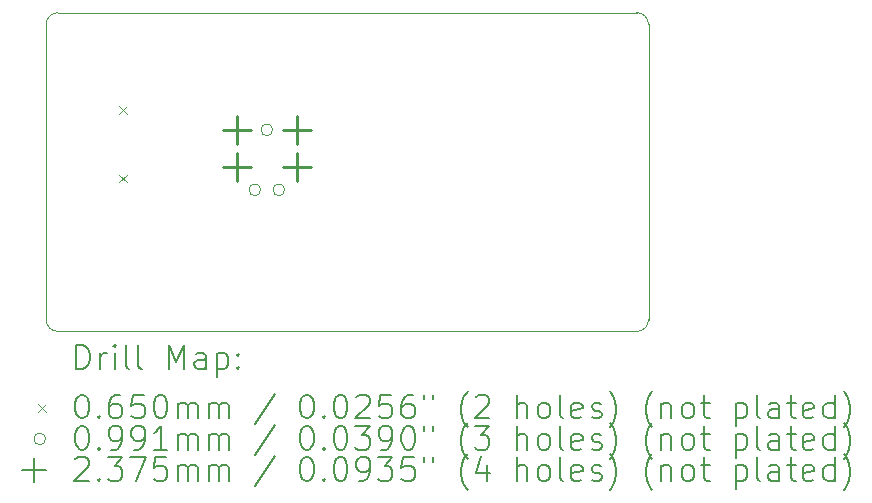
<source format=gbr>
%TF.GenerationSoftware,KiCad,Pcbnew,7.0.8*%
%TF.CreationDate,2024-01-29T14:08:57+05:30*%
%TF.ProjectId,stm32_ble,73746d33-325f-4626-9c65-2e6b69636164,Version : 1*%
%TF.SameCoordinates,Original*%
%TF.FileFunction,Drillmap*%
%TF.FilePolarity,Positive*%
%FSLAX45Y45*%
G04 Gerber Fmt 4.5, Leading zero omitted, Abs format (unit mm)*
G04 Created by KiCad (PCBNEW 7.0.8) date 2024-01-29 14:08:57*
%MOMM*%
%LPD*%
G01*
G04 APERTURE LIST*
%ADD10C,0.100000*%
%ADD11C,0.200000*%
%ADD12C,0.065000*%
%ADD13C,0.099060*%
%ADD14C,0.237490*%
G04 APERTURE END LIST*
D10*
X11587000Y-10267000D02*
G75*
G03*
X11687000Y-10367000I100000J0D01*
G01*
X11587000Y-10267000D02*
X11587000Y-7767000D01*
X16687000Y-7767000D02*
X16687000Y-10267000D01*
X14687000Y-7667000D02*
X16587000Y-7667000D01*
X16687000Y-7767000D02*
G75*
G03*
X16587000Y-7667000I-100000J0D01*
G01*
X16587000Y-10367000D02*
G75*
G03*
X16687000Y-10267000I0J100000D01*
G01*
X11687000Y-7667000D02*
X14687000Y-7667000D01*
X11687000Y-7667000D02*
G75*
G03*
X11587000Y-7767000I0J-100000D01*
G01*
X16587000Y-10367000D02*
X11687000Y-10367000D01*
D11*
D12*
X12204000Y-8460500D02*
X12269000Y-8525500D01*
X12269000Y-8460500D02*
X12204000Y-8525500D01*
X12204000Y-9038500D02*
X12269000Y-9103500D01*
X12269000Y-9038500D02*
X12204000Y-9103500D01*
D13*
X13403330Y-9167000D02*
G75*
G03*
X13403330Y-9167000I-49530J0D01*
G01*
X13504930Y-8659000D02*
G75*
G03*
X13504930Y-8659000I-49530J0D01*
G01*
X13606530Y-9167000D02*
G75*
G03*
X13606530Y-9167000I-49530J0D01*
G01*
D14*
X13201400Y-8540255D02*
X13201400Y-8777745D01*
X13082655Y-8659000D02*
X13320145Y-8659000D01*
X13201400Y-8857755D02*
X13201400Y-9095245D01*
X13082655Y-8976500D02*
X13320145Y-8976500D01*
X13709400Y-8540255D02*
X13709400Y-8777745D01*
X13590655Y-8659000D02*
X13828145Y-8659000D01*
X13709400Y-8857755D02*
X13709400Y-9095245D01*
X13590655Y-8976500D02*
X13828145Y-8976500D01*
D11*
X11842777Y-10683484D02*
X11842777Y-10483484D01*
X11842777Y-10483484D02*
X11890396Y-10483484D01*
X11890396Y-10483484D02*
X11918967Y-10493008D01*
X11918967Y-10493008D02*
X11938015Y-10512055D01*
X11938015Y-10512055D02*
X11947539Y-10531103D01*
X11947539Y-10531103D02*
X11957062Y-10569198D01*
X11957062Y-10569198D02*
X11957062Y-10597770D01*
X11957062Y-10597770D02*
X11947539Y-10635865D01*
X11947539Y-10635865D02*
X11938015Y-10654912D01*
X11938015Y-10654912D02*
X11918967Y-10673960D01*
X11918967Y-10673960D02*
X11890396Y-10683484D01*
X11890396Y-10683484D02*
X11842777Y-10683484D01*
X12042777Y-10683484D02*
X12042777Y-10550150D01*
X12042777Y-10588246D02*
X12052301Y-10569198D01*
X12052301Y-10569198D02*
X12061824Y-10559674D01*
X12061824Y-10559674D02*
X12080872Y-10550150D01*
X12080872Y-10550150D02*
X12099920Y-10550150D01*
X12166586Y-10683484D02*
X12166586Y-10550150D01*
X12166586Y-10483484D02*
X12157062Y-10493008D01*
X12157062Y-10493008D02*
X12166586Y-10502531D01*
X12166586Y-10502531D02*
X12176110Y-10493008D01*
X12176110Y-10493008D02*
X12166586Y-10483484D01*
X12166586Y-10483484D02*
X12166586Y-10502531D01*
X12290396Y-10683484D02*
X12271348Y-10673960D01*
X12271348Y-10673960D02*
X12261824Y-10654912D01*
X12261824Y-10654912D02*
X12261824Y-10483484D01*
X12395158Y-10683484D02*
X12376110Y-10673960D01*
X12376110Y-10673960D02*
X12366586Y-10654912D01*
X12366586Y-10654912D02*
X12366586Y-10483484D01*
X12623729Y-10683484D02*
X12623729Y-10483484D01*
X12623729Y-10483484D02*
X12690396Y-10626341D01*
X12690396Y-10626341D02*
X12757062Y-10483484D01*
X12757062Y-10483484D02*
X12757062Y-10683484D01*
X12938015Y-10683484D02*
X12938015Y-10578722D01*
X12938015Y-10578722D02*
X12928491Y-10559674D01*
X12928491Y-10559674D02*
X12909443Y-10550150D01*
X12909443Y-10550150D02*
X12871348Y-10550150D01*
X12871348Y-10550150D02*
X12852301Y-10559674D01*
X12938015Y-10673960D02*
X12918967Y-10683484D01*
X12918967Y-10683484D02*
X12871348Y-10683484D01*
X12871348Y-10683484D02*
X12852301Y-10673960D01*
X12852301Y-10673960D02*
X12842777Y-10654912D01*
X12842777Y-10654912D02*
X12842777Y-10635865D01*
X12842777Y-10635865D02*
X12852301Y-10616817D01*
X12852301Y-10616817D02*
X12871348Y-10607293D01*
X12871348Y-10607293D02*
X12918967Y-10607293D01*
X12918967Y-10607293D02*
X12938015Y-10597770D01*
X13033253Y-10550150D02*
X13033253Y-10750150D01*
X13033253Y-10559674D02*
X13052301Y-10550150D01*
X13052301Y-10550150D02*
X13090396Y-10550150D01*
X13090396Y-10550150D02*
X13109443Y-10559674D01*
X13109443Y-10559674D02*
X13118967Y-10569198D01*
X13118967Y-10569198D02*
X13128491Y-10588246D01*
X13128491Y-10588246D02*
X13128491Y-10645389D01*
X13128491Y-10645389D02*
X13118967Y-10664436D01*
X13118967Y-10664436D02*
X13109443Y-10673960D01*
X13109443Y-10673960D02*
X13090396Y-10683484D01*
X13090396Y-10683484D02*
X13052301Y-10683484D01*
X13052301Y-10683484D02*
X13033253Y-10673960D01*
X13214205Y-10664436D02*
X13223729Y-10673960D01*
X13223729Y-10673960D02*
X13214205Y-10683484D01*
X13214205Y-10683484D02*
X13204682Y-10673960D01*
X13204682Y-10673960D02*
X13214205Y-10664436D01*
X13214205Y-10664436D02*
X13214205Y-10683484D01*
X13214205Y-10559674D02*
X13223729Y-10569198D01*
X13223729Y-10569198D02*
X13214205Y-10578722D01*
X13214205Y-10578722D02*
X13204682Y-10569198D01*
X13204682Y-10569198D02*
X13214205Y-10559674D01*
X13214205Y-10559674D02*
X13214205Y-10578722D01*
D12*
X11517000Y-10979500D02*
X11582000Y-11044500D01*
X11582000Y-10979500D02*
X11517000Y-11044500D01*
D11*
X11880872Y-10903484D02*
X11899920Y-10903484D01*
X11899920Y-10903484D02*
X11918967Y-10913008D01*
X11918967Y-10913008D02*
X11928491Y-10922531D01*
X11928491Y-10922531D02*
X11938015Y-10941579D01*
X11938015Y-10941579D02*
X11947539Y-10979674D01*
X11947539Y-10979674D02*
X11947539Y-11027293D01*
X11947539Y-11027293D02*
X11938015Y-11065389D01*
X11938015Y-11065389D02*
X11928491Y-11084436D01*
X11928491Y-11084436D02*
X11918967Y-11093960D01*
X11918967Y-11093960D02*
X11899920Y-11103484D01*
X11899920Y-11103484D02*
X11880872Y-11103484D01*
X11880872Y-11103484D02*
X11861824Y-11093960D01*
X11861824Y-11093960D02*
X11852301Y-11084436D01*
X11852301Y-11084436D02*
X11842777Y-11065389D01*
X11842777Y-11065389D02*
X11833253Y-11027293D01*
X11833253Y-11027293D02*
X11833253Y-10979674D01*
X11833253Y-10979674D02*
X11842777Y-10941579D01*
X11842777Y-10941579D02*
X11852301Y-10922531D01*
X11852301Y-10922531D02*
X11861824Y-10913008D01*
X11861824Y-10913008D02*
X11880872Y-10903484D01*
X12033253Y-11084436D02*
X12042777Y-11093960D01*
X12042777Y-11093960D02*
X12033253Y-11103484D01*
X12033253Y-11103484D02*
X12023729Y-11093960D01*
X12023729Y-11093960D02*
X12033253Y-11084436D01*
X12033253Y-11084436D02*
X12033253Y-11103484D01*
X12214205Y-10903484D02*
X12176110Y-10903484D01*
X12176110Y-10903484D02*
X12157062Y-10913008D01*
X12157062Y-10913008D02*
X12147539Y-10922531D01*
X12147539Y-10922531D02*
X12128491Y-10951103D01*
X12128491Y-10951103D02*
X12118967Y-10989198D01*
X12118967Y-10989198D02*
X12118967Y-11065389D01*
X12118967Y-11065389D02*
X12128491Y-11084436D01*
X12128491Y-11084436D02*
X12138015Y-11093960D01*
X12138015Y-11093960D02*
X12157062Y-11103484D01*
X12157062Y-11103484D02*
X12195158Y-11103484D01*
X12195158Y-11103484D02*
X12214205Y-11093960D01*
X12214205Y-11093960D02*
X12223729Y-11084436D01*
X12223729Y-11084436D02*
X12233253Y-11065389D01*
X12233253Y-11065389D02*
X12233253Y-11017770D01*
X12233253Y-11017770D02*
X12223729Y-10998722D01*
X12223729Y-10998722D02*
X12214205Y-10989198D01*
X12214205Y-10989198D02*
X12195158Y-10979674D01*
X12195158Y-10979674D02*
X12157062Y-10979674D01*
X12157062Y-10979674D02*
X12138015Y-10989198D01*
X12138015Y-10989198D02*
X12128491Y-10998722D01*
X12128491Y-10998722D02*
X12118967Y-11017770D01*
X12414205Y-10903484D02*
X12318967Y-10903484D01*
X12318967Y-10903484D02*
X12309443Y-10998722D01*
X12309443Y-10998722D02*
X12318967Y-10989198D01*
X12318967Y-10989198D02*
X12338015Y-10979674D01*
X12338015Y-10979674D02*
X12385634Y-10979674D01*
X12385634Y-10979674D02*
X12404682Y-10989198D01*
X12404682Y-10989198D02*
X12414205Y-10998722D01*
X12414205Y-10998722D02*
X12423729Y-11017770D01*
X12423729Y-11017770D02*
X12423729Y-11065389D01*
X12423729Y-11065389D02*
X12414205Y-11084436D01*
X12414205Y-11084436D02*
X12404682Y-11093960D01*
X12404682Y-11093960D02*
X12385634Y-11103484D01*
X12385634Y-11103484D02*
X12338015Y-11103484D01*
X12338015Y-11103484D02*
X12318967Y-11093960D01*
X12318967Y-11093960D02*
X12309443Y-11084436D01*
X12547539Y-10903484D02*
X12566586Y-10903484D01*
X12566586Y-10903484D02*
X12585634Y-10913008D01*
X12585634Y-10913008D02*
X12595158Y-10922531D01*
X12595158Y-10922531D02*
X12604682Y-10941579D01*
X12604682Y-10941579D02*
X12614205Y-10979674D01*
X12614205Y-10979674D02*
X12614205Y-11027293D01*
X12614205Y-11027293D02*
X12604682Y-11065389D01*
X12604682Y-11065389D02*
X12595158Y-11084436D01*
X12595158Y-11084436D02*
X12585634Y-11093960D01*
X12585634Y-11093960D02*
X12566586Y-11103484D01*
X12566586Y-11103484D02*
X12547539Y-11103484D01*
X12547539Y-11103484D02*
X12528491Y-11093960D01*
X12528491Y-11093960D02*
X12518967Y-11084436D01*
X12518967Y-11084436D02*
X12509443Y-11065389D01*
X12509443Y-11065389D02*
X12499920Y-11027293D01*
X12499920Y-11027293D02*
X12499920Y-10979674D01*
X12499920Y-10979674D02*
X12509443Y-10941579D01*
X12509443Y-10941579D02*
X12518967Y-10922531D01*
X12518967Y-10922531D02*
X12528491Y-10913008D01*
X12528491Y-10913008D02*
X12547539Y-10903484D01*
X12699920Y-11103484D02*
X12699920Y-10970150D01*
X12699920Y-10989198D02*
X12709443Y-10979674D01*
X12709443Y-10979674D02*
X12728491Y-10970150D01*
X12728491Y-10970150D02*
X12757063Y-10970150D01*
X12757063Y-10970150D02*
X12776110Y-10979674D01*
X12776110Y-10979674D02*
X12785634Y-10998722D01*
X12785634Y-10998722D02*
X12785634Y-11103484D01*
X12785634Y-10998722D02*
X12795158Y-10979674D01*
X12795158Y-10979674D02*
X12814205Y-10970150D01*
X12814205Y-10970150D02*
X12842777Y-10970150D01*
X12842777Y-10970150D02*
X12861824Y-10979674D01*
X12861824Y-10979674D02*
X12871348Y-10998722D01*
X12871348Y-10998722D02*
X12871348Y-11103484D01*
X12966586Y-11103484D02*
X12966586Y-10970150D01*
X12966586Y-10989198D02*
X12976110Y-10979674D01*
X12976110Y-10979674D02*
X12995158Y-10970150D01*
X12995158Y-10970150D02*
X13023729Y-10970150D01*
X13023729Y-10970150D02*
X13042777Y-10979674D01*
X13042777Y-10979674D02*
X13052301Y-10998722D01*
X13052301Y-10998722D02*
X13052301Y-11103484D01*
X13052301Y-10998722D02*
X13061824Y-10979674D01*
X13061824Y-10979674D02*
X13080872Y-10970150D01*
X13080872Y-10970150D02*
X13109443Y-10970150D01*
X13109443Y-10970150D02*
X13128491Y-10979674D01*
X13128491Y-10979674D02*
X13138015Y-10998722D01*
X13138015Y-10998722D02*
X13138015Y-11103484D01*
X13528491Y-10893960D02*
X13357063Y-11151103D01*
X13785634Y-10903484D02*
X13804682Y-10903484D01*
X13804682Y-10903484D02*
X13823729Y-10913008D01*
X13823729Y-10913008D02*
X13833253Y-10922531D01*
X13833253Y-10922531D02*
X13842777Y-10941579D01*
X13842777Y-10941579D02*
X13852301Y-10979674D01*
X13852301Y-10979674D02*
X13852301Y-11027293D01*
X13852301Y-11027293D02*
X13842777Y-11065389D01*
X13842777Y-11065389D02*
X13833253Y-11084436D01*
X13833253Y-11084436D02*
X13823729Y-11093960D01*
X13823729Y-11093960D02*
X13804682Y-11103484D01*
X13804682Y-11103484D02*
X13785634Y-11103484D01*
X13785634Y-11103484D02*
X13766586Y-11093960D01*
X13766586Y-11093960D02*
X13757063Y-11084436D01*
X13757063Y-11084436D02*
X13747539Y-11065389D01*
X13747539Y-11065389D02*
X13738015Y-11027293D01*
X13738015Y-11027293D02*
X13738015Y-10979674D01*
X13738015Y-10979674D02*
X13747539Y-10941579D01*
X13747539Y-10941579D02*
X13757063Y-10922531D01*
X13757063Y-10922531D02*
X13766586Y-10913008D01*
X13766586Y-10913008D02*
X13785634Y-10903484D01*
X13938015Y-11084436D02*
X13947539Y-11093960D01*
X13947539Y-11093960D02*
X13938015Y-11103484D01*
X13938015Y-11103484D02*
X13928491Y-11093960D01*
X13928491Y-11093960D02*
X13938015Y-11084436D01*
X13938015Y-11084436D02*
X13938015Y-11103484D01*
X14071348Y-10903484D02*
X14090396Y-10903484D01*
X14090396Y-10903484D02*
X14109444Y-10913008D01*
X14109444Y-10913008D02*
X14118967Y-10922531D01*
X14118967Y-10922531D02*
X14128491Y-10941579D01*
X14128491Y-10941579D02*
X14138015Y-10979674D01*
X14138015Y-10979674D02*
X14138015Y-11027293D01*
X14138015Y-11027293D02*
X14128491Y-11065389D01*
X14128491Y-11065389D02*
X14118967Y-11084436D01*
X14118967Y-11084436D02*
X14109444Y-11093960D01*
X14109444Y-11093960D02*
X14090396Y-11103484D01*
X14090396Y-11103484D02*
X14071348Y-11103484D01*
X14071348Y-11103484D02*
X14052301Y-11093960D01*
X14052301Y-11093960D02*
X14042777Y-11084436D01*
X14042777Y-11084436D02*
X14033253Y-11065389D01*
X14033253Y-11065389D02*
X14023729Y-11027293D01*
X14023729Y-11027293D02*
X14023729Y-10979674D01*
X14023729Y-10979674D02*
X14033253Y-10941579D01*
X14033253Y-10941579D02*
X14042777Y-10922531D01*
X14042777Y-10922531D02*
X14052301Y-10913008D01*
X14052301Y-10913008D02*
X14071348Y-10903484D01*
X14214206Y-10922531D02*
X14223729Y-10913008D01*
X14223729Y-10913008D02*
X14242777Y-10903484D01*
X14242777Y-10903484D02*
X14290396Y-10903484D01*
X14290396Y-10903484D02*
X14309444Y-10913008D01*
X14309444Y-10913008D02*
X14318967Y-10922531D01*
X14318967Y-10922531D02*
X14328491Y-10941579D01*
X14328491Y-10941579D02*
X14328491Y-10960627D01*
X14328491Y-10960627D02*
X14318967Y-10989198D01*
X14318967Y-10989198D02*
X14204682Y-11103484D01*
X14204682Y-11103484D02*
X14328491Y-11103484D01*
X14509444Y-10903484D02*
X14414206Y-10903484D01*
X14414206Y-10903484D02*
X14404682Y-10998722D01*
X14404682Y-10998722D02*
X14414206Y-10989198D01*
X14414206Y-10989198D02*
X14433253Y-10979674D01*
X14433253Y-10979674D02*
X14480872Y-10979674D01*
X14480872Y-10979674D02*
X14499920Y-10989198D01*
X14499920Y-10989198D02*
X14509444Y-10998722D01*
X14509444Y-10998722D02*
X14518967Y-11017770D01*
X14518967Y-11017770D02*
X14518967Y-11065389D01*
X14518967Y-11065389D02*
X14509444Y-11084436D01*
X14509444Y-11084436D02*
X14499920Y-11093960D01*
X14499920Y-11093960D02*
X14480872Y-11103484D01*
X14480872Y-11103484D02*
X14433253Y-11103484D01*
X14433253Y-11103484D02*
X14414206Y-11093960D01*
X14414206Y-11093960D02*
X14404682Y-11084436D01*
X14690396Y-10903484D02*
X14652301Y-10903484D01*
X14652301Y-10903484D02*
X14633253Y-10913008D01*
X14633253Y-10913008D02*
X14623729Y-10922531D01*
X14623729Y-10922531D02*
X14604682Y-10951103D01*
X14604682Y-10951103D02*
X14595158Y-10989198D01*
X14595158Y-10989198D02*
X14595158Y-11065389D01*
X14595158Y-11065389D02*
X14604682Y-11084436D01*
X14604682Y-11084436D02*
X14614206Y-11093960D01*
X14614206Y-11093960D02*
X14633253Y-11103484D01*
X14633253Y-11103484D02*
X14671348Y-11103484D01*
X14671348Y-11103484D02*
X14690396Y-11093960D01*
X14690396Y-11093960D02*
X14699920Y-11084436D01*
X14699920Y-11084436D02*
X14709444Y-11065389D01*
X14709444Y-11065389D02*
X14709444Y-11017770D01*
X14709444Y-11017770D02*
X14699920Y-10998722D01*
X14699920Y-10998722D02*
X14690396Y-10989198D01*
X14690396Y-10989198D02*
X14671348Y-10979674D01*
X14671348Y-10979674D02*
X14633253Y-10979674D01*
X14633253Y-10979674D02*
X14614206Y-10989198D01*
X14614206Y-10989198D02*
X14604682Y-10998722D01*
X14604682Y-10998722D02*
X14595158Y-11017770D01*
X14785634Y-10903484D02*
X14785634Y-10941579D01*
X14861825Y-10903484D02*
X14861825Y-10941579D01*
X15157063Y-11179674D02*
X15147539Y-11170150D01*
X15147539Y-11170150D02*
X15128491Y-11141579D01*
X15128491Y-11141579D02*
X15118968Y-11122531D01*
X15118968Y-11122531D02*
X15109444Y-11093960D01*
X15109444Y-11093960D02*
X15099920Y-11046341D01*
X15099920Y-11046341D02*
X15099920Y-11008246D01*
X15099920Y-11008246D02*
X15109444Y-10960627D01*
X15109444Y-10960627D02*
X15118968Y-10932055D01*
X15118968Y-10932055D02*
X15128491Y-10913008D01*
X15128491Y-10913008D02*
X15147539Y-10884436D01*
X15147539Y-10884436D02*
X15157063Y-10874912D01*
X15223729Y-10922531D02*
X15233253Y-10913008D01*
X15233253Y-10913008D02*
X15252301Y-10903484D01*
X15252301Y-10903484D02*
X15299920Y-10903484D01*
X15299920Y-10903484D02*
X15318968Y-10913008D01*
X15318968Y-10913008D02*
X15328491Y-10922531D01*
X15328491Y-10922531D02*
X15338015Y-10941579D01*
X15338015Y-10941579D02*
X15338015Y-10960627D01*
X15338015Y-10960627D02*
X15328491Y-10989198D01*
X15328491Y-10989198D02*
X15214206Y-11103484D01*
X15214206Y-11103484D02*
X15338015Y-11103484D01*
X15576110Y-11103484D02*
X15576110Y-10903484D01*
X15661825Y-11103484D02*
X15661825Y-10998722D01*
X15661825Y-10998722D02*
X15652301Y-10979674D01*
X15652301Y-10979674D02*
X15633253Y-10970150D01*
X15633253Y-10970150D02*
X15604682Y-10970150D01*
X15604682Y-10970150D02*
X15585634Y-10979674D01*
X15585634Y-10979674D02*
X15576110Y-10989198D01*
X15785634Y-11103484D02*
X15766587Y-11093960D01*
X15766587Y-11093960D02*
X15757063Y-11084436D01*
X15757063Y-11084436D02*
X15747539Y-11065389D01*
X15747539Y-11065389D02*
X15747539Y-11008246D01*
X15747539Y-11008246D02*
X15757063Y-10989198D01*
X15757063Y-10989198D02*
X15766587Y-10979674D01*
X15766587Y-10979674D02*
X15785634Y-10970150D01*
X15785634Y-10970150D02*
X15814206Y-10970150D01*
X15814206Y-10970150D02*
X15833253Y-10979674D01*
X15833253Y-10979674D02*
X15842777Y-10989198D01*
X15842777Y-10989198D02*
X15852301Y-11008246D01*
X15852301Y-11008246D02*
X15852301Y-11065389D01*
X15852301Y-11065389D02*
X15842777Y-11084436D01*
X15842777Y-11084436D02*
X15833253Y-11093960D01*
X15833253Y-11093960D02*
X15814206Y-11103484D01*
X15814206Y-11103484D02*
X15785634Y-11103484D01*
X15966587Y-11103484D02*
X15947539Y-11093960D01*
X15947539Y-11093960D02*
X15938015Y-11074912D01*
X15938015Y-11074912D02*
X15938015Y-10903484D01*
X16118968Y-11093960D02*
X16099920Y-11103484D01*
X16099920Y-11103484D02*
X16061825Y-11103484D01*
X16061825Y-11103484D02*
X16042777Y-11093960D01*
X16042777Y-11093960D02*
X16033253Y-11074912D01*
X16033253Y-11074912D02*
X16033253Y-10998722D01*
X16033253Y-10998722D02*
X16042777Y-10979674D01*
X16042777Y-10979674D02*
X16061825Y-10970150D01*
X16061825Y-10970150D02*
X16099920Y-10970150D01*
X16099920Y-10970150D02*
X16118968Y-10979674D01*
X16118968Y-10979674D02*
X16128491Y-10998722D01*
X16128491Y-10998722D02*
X16128491Y-11017770D01*
X16128491Y-11017770D02*
X16033253Y-11036817D01*
X16204682Y-11093960D02*
X16223730Y-11103484D01*
X16223730Y-11103484D02*
X16261825Y-11103484D01*
X16261825Y-11103484D02*
X16280872Y-11093960D01*
X16280872Y-11093960D02*
X16290396Y-11074912D01*
X16290396Y-11074912D02*
X16290396Y-11065389D01*
X16290396Y-11065389D02*
X16280872Y-11046341D01*
X16280872Y-11046341D02*
X16261825Y-11036817D01*
X16261825Y-11036817D02*
X16233253Y-11036817D01*
X16233253Y-11036817D02*
X16214206Y-11027293D01*
X16214206Y-11027293D02*
X16204682Y-11008246D01*
X16204682Y-11008246D02*
X16204682Y-10998722D01*
X16204682Y-10998722D02*
X16214206Y-10979674D01*
X16214206Y-10979674D02*
X16233253Y-10970150D01*
X16233253Y-10970150D02*
X16261825Y-10970150D01*
X16261825Y-10970150D02*
X16280872Y-10979674D01*
X16357063Y-11179674D02*
X16366587Y-11170150D01*
X16366587Y-11170150D02*
X16385634Y-11141579D01*
X16385634Y-11141579D02*
X16395158Y-11122531D01*
X16395158Y-11122531D02*
X16404682Y-11093960D01*
X16404682Y-11093960D02*
X16414206Y-11046341D01*
X16414206Y-11046341D02*
X16414206Y-11008246D01*
X16414206Y-11008246D02*
X16404682Y-10960627D01*
X16404682Y-10960627D02*
X16395158Y-10932055D01*
X16395158Y-10932055D02*
X16385634Y-10913008D01*
X16385634Y-10913008D02*
X16366587Y-10884436D01*
X16366587Y-10884436D02*
X16357063Y-10874912D01*
X16718968Y-11179674D02*
X16709444Y-11170150D01*
X16709444Y-11170150D02*
X16690396Y-11141579D01*
X16690396Y-11141579D02*
X16680872Y-11122531D01*
X16680872Y-11122531D02*
X16671349Y-11093960D01*
X16671349Y-11093960D02*
X16661825Y-11046341D01*
X16661825Y-11046341D02*
X16661825Y-11008246D01*
X16661825Y-11008246D02*
X16671349Y-10960627D01*
X16671349Y-10960627D02*
X16680872Y-10932055D01*
X16680872Y-10932055D02*
X16690396Y-10913008D01*
X16690396Y-10913008D02*
X16709444Y-10884436D01*
X16709444Y-10884436D02*
X16718968Y-10874912D01*
X16795158Y-10970150D02*
X16795158Y-11103484D01*
X16795158Y-10989198D02*
X16804682Y-10979674D01*
X16804682Y-10979674D02*
X16823730Y-10970150D01*
X16823730Y-10970150D02*
X16852301Y-10970150D01*
X16852301Y-10970150D02*
X16871349Y-10979674D01*
X16871349Y-10979674D02*
X16880873Y-10998722D01*
X16880873Y-10998722D02*
X16880873Y-11103484D01*
X17004682Y-11103484D02*
X16985634Y-11093960D01*
X16985634Y-11093960D02*
X16976111Y-11084436D01*
X16976111Y-11084436D02*
X16966587Y-11065389D01*
X16966587Y-11065389D02*
X16966587Y-11008246D01*
X16966587Y-11008246D02*
X16976111Y-10989198D01*
X16976111Y-10989198D02*
X16985634Y-10979674D01*
X16985634Y-10979674D02*
X17004682Y-10970150D01*
X17004682Y-10970150D02*
X17033254Y-10970150D01*
X17033254Y-10970150D02*
X17052301Y-10979674D01*
X17052301Y-10979674D02*
X17061825Y-10989198D01*
X17061825Y-10989198D02*
X17071349Y-11008246D01*
X17071349Y-11008246D02*
X17071349Y-11065389D01*
X17071349Y-11065389D02*
X17061825Y-11084436D01*
X17061825Y-11084436D02*
X17052301Y-11093960D01*
X17052301Y-11093960D02*
X17033254Y-11103484D01*
X17033254Y-11103484D02*
X17004682Y-11103484D01*
X17128492Y-10970150D02*
X17204682Y-10970150D01*
X17157063Y-10903484D02*
X17157063Y-11074912D01*
X17157063Y-11074912D02*
X17166587Y-11093960D01*
X17166587Y-11093960D02*
X17185634Y-11103484D01*
X17185634Y-11103484D02*
X17204682Y-11103484D01*
X17423730Y-10970150D02*
X17423730Y-11170150D01*
X17423730Y-10979674D02*
X17442777Y-10970150D01*
X17442777Y-10970150D02*
X17480873Y-10970150D01*
X17480873Y-10970150D02*
X17499920Y-10979674D01*
X17499920Y-10979674D02*
X17509444Y-10989198D01*
X17509444Y-10989198D02*
X17518968Y-11008246D01*
X17518968Y-11008246D02*
X17518968Y-11065389D01*
X17518968Y-11065389D02*
X17509444Y-11084436D01*
X17509444Y-11084436D02*
X17499920Y-11093960D01*
X17499920Y-11093960D02*
X17480873Y-11103484D01*
X17480873Y-11103484D02*
X17442777Y-11103484D01*
X17442777Y-11103484D02*
X17423730Y-11093960D01*
X17633254Y-11103484D02*
X17614206Y-11093960D01*
X17614206Y-11093960D02*
X17604682Y-11074912D01*
X17604682Y-11074912D02*
X17604682Y-10903484D01*
X17795158Y-11103484D02*
X17795158Y-10998722D01*
X17795158Y-10998722D02*
X17785635Y-10979674D01*
X17785635Y-10979674D02*
X17766587Y-10970150D01*
X17766587Y-10970150D02*
X17728492Y-10970150D01*
X17728492Y-10970150D02*
X17709444Y-10979674D01*
X17795158Y-11093960D02*
X17776111Y-11103484D01*
X17776111Y-11103484D02*
X17728492Y-11103484D01*
X17728492Y-11103484D02*
X17709444Y-11093960D01*
X17709444Y-11093960D02*
X17699920Y-11074912D01*
X17699920Y-11074912D02*
X17699920Y-11055865D01*
X17699920Y-11055865D02*
X17709444Y-11036817D01*
X17709444Y-11036817D02*
X17728492Y-11027293D01*
X17728492Y-11027293D02*
X17776111Y-11027293D01*
X17776111Y-11027293D02*
X17795158Y-11017770D01*
X17861825Y-10970150D02*
X17938015Y-10970150D01*
X17890396Y-10903484D02*
X17890396Y-11074912D01*
X17890396Y-11074912D02*
X17899920Y-11093960D01*
X17899920Y-11093960D02*
X17918968Y-11103484D01*
X17918968Y-11103484D02*
X17938015Y-11103484D01*
X18080873Y-11093960D02*
X18061825Y-11103484D01*
X18061825Y-11103484D02*
X18023730Y-11103484D01*
X18023730Y-11103484D02*
X18004682Y-11093960D01*
X18004682Y-11093960D02*
X17995158Y-11074912D01*
X17995158Y-11074912D02*
X17995158Y-10998722D01*
X17995158Y-10998722D02*
X18004682Y-10979674D01*
X18004682Y-10979674D02*
X18023730Y-10970150D01*
X18023730Y-10970150D02*
X18061825Y-10970150D01*
X18061825Y-10970150D02*
X18080873Y-10979674D01*
X18080873Y-10979674D02*
X18090396Y-10998722D01*
X18090396Y-10998722D02*
X18090396Y-11017770D01*
X18090396Y-11017770D02*
X17995158Y-11036817D01*
X18261825Y-11103484D02*
X18261825Y-10903484D01*
X18261825Y-11093960D02*
X18242777Y-11103484D01*
X18242777Y-11103484D02*
X18204682Y-11103484D01*
X18204682Y-11103484D02*
X18185635Y-11093960D01*
X18185635Y-11093960D02*
X18176111Y-11084436D01*
X18176111Y-11084436D02*
X18166587Y-11065389D01*
X18166587Y-11065389D02*
X18166587Y-11008246D01*
X18166587Y-11008246D02*
X18176111Y-10989198D01*
X18176111Y-10989198D02*
X18185635Y-10979674D01*
X18185635Y-10979674D02*
X18204682Y-10970150D01*
X18204682Y-10970150D02*
X18242777Y-10970150D01*
X18242777Y-10970150D02*
X18261825Y-10979674D01*
X18338016Y-11179674D02*
X18347539Y-11170150D01*
X18347539Y-11170150D02*
X18366587Y-11141579D01*
X18366587Y-11141579D02*
X18376111Y-11122531D01*
X18376111Y-11122531D02*
X18385635Y-11093960D01*
X18385635Y-11093960D02*
X18395158Y-11046341D01*
X18395158Y-11046341D02*
X18395158Y-11008246D01*
X18395158Y-11008246D02*
X18385635Y-10960627D01*
X18385635Y-10960627D02*
X18376111Y-10932055D01*
X18376111Y-10932055D02*
X18366587Y-10913008D01*
X18366587Y-10913008D02*
X18347539Y-10884436D01*
X18347539Y-10884436D02*
X18338016Y-10874912D01*
D13*
X11582000Y-11276000D02*
G75*
G03*
X11582000Y-11276000I-49530J0D01*
G01*
D11*
X11880872Y-11167484D02*
X11899920Y-11167484D01*
X11899920Y-11167484D02*
X11918967Y-11177008D01*
X11918967Y-11177008D02*
X11928491Y-11186531D01*
X11928491Y-11186531D02*
X11938015Y-11205579D01*
X11938015Y-11205579D02*
X11947539Y-11243674D01*
X11947539Y-11243674D02*
X11947539Y-11291293D01*
X11947539Y-11291293D02*
X11938015Y-11329388D01*
X11938015Y-11329388D02*
X11928491Y-11348436D01*
X11928491Y-11348436D02*
X11918967Y-11357960D01*
X11918967Y-11357960D02*
X11899920Y-11367484D01*
X11899920Y-11367484D02*
X11880872Y-11367484D01*
X11880872Y-11367484D02*
X11861824Y-11357960D01*
X11861824Y-11357960D02*
X11852301Y-11348436D01*
X11852301Y-11348436D02*
X11842777Y-11329388D01*
X11842777Y-11329388D02*
X11833253Y-11291293D01*
X11833253Y-11291293D02*
X11833253Y-11243674D01*
X11833253Y-11243674D02*
X11842777Y-11205579D01*
X11842777Y-11205579D02*
X11852301Y-11186531D01*
X11852301Y-11186531D02*
X11861824Y-11177008D01*
X11861824Y-11177008D02*
X11880872Y-11167484D01*
X12033253Y-11348436D02*
X12042777Y-11357960D01*
X12042777Y-11357960D02*
X12033253Y-11367484D01*
X12033253Y-11367484D02*
X12023729Y-11357960D01*
X12023729Y-11357960D02*
X12033253Y-11348436D01*
X12033253Y-11348436D02*
X12033253Y-11367484D01*
X12138015Y-11367484D02*
X12176110Y-11367484D01*
X12176110Y-11367484D02*
X12195158Y-11357960D01*
X12195158Y-11357960D02*
X12204682Y-11348436D01*
X12204682Y-11348436D02*
X12223729Y-11319865D01*
X12223729Y-11319865D02*
X12233253Y-11281769D01*
X12233253Y-11281769D02*
X12233253Y-11205579D01*
X12233253Y-11205579D02*
X12223729Y-11186531D01*
X12223729Y-11186531D02*
X12214205Y-11177008D01*
X12214205Y-11177008D02*
X12195158Y-11167484D01*
X12195158Y-11167484D02*
X12157062Y-11167484D01*
X12157062Y-11167484D02*
X12138015Y-11177008D01*
X12138015Y-11177008D02*
X12128491Y-11186531D01*
X12128491Y-11186531D02*
X12118967Y-11205579D01*
X12118967Y-11205579D02*
X12118967Y-11253198D01*
X12118967Y-11253198D02*
X12128491Y-11272246D01*
X12128491Y-11272246D02*
X12138015Y-11281769D01*
X12138015Y-11281769D02*
X12157062Y-11291293D01*
X12157062Y-11291293D02*
X12195158Y-11291293D01*
X12195158Y-11291293D02*
X12214205Y-11281769D01*
X12214205Y-11281769D02*
X12223729Y-11272246D01*
X12223729Y-11272246D02*
X12233253Y-11253198D01*
X12328491Y-11367484D02*
X12366586Y-11367484D01*
X12366586Y-11367484D02*
X12385634Y-11357960D01*
X12385634Y-11357960D02*
X12395158Y-11348436D01*
X12395158Y-11348436D02*
X12414205Y-11319865D01*
X12414205Y-11319865D02*
X12423729Y-11281769D01*
X12423729Y-11281769D02*
X12423729Y-11205579D01*
X12423729Y-11205579D02*
X12414205Y-11186531D01*
X12414205Y-11186531D02*
X12404682Y-11177008D01*
X12404682Y-11177008D02*
X12385634Y-11167484D01*
X12385634Y-11167484D02*
X12347539Y-11167484D01*
X12347539Y-11167484D02*
X12328491Y-11177008D01*
X12328491Y-11177008D02*
X12318967Y-11186531D01*
X12318967Y-11186531D02*
X12309443Y-11205579D01*
X12309443Y-11205579D02*
X12309443Y-11253198D01*
X12309443Y-11253198D02*
X12318967Y-11272246D01*
X12318967Y-11272246D02*
X12328491Y-11281769D01*
X12328491Y-11281769D02*
X12347539Y-11291293D01*
X12347539Y-11291293D02*
X12385634Y-11291293D01*
X12385634Y-11291293D02*
X12404682Y-11281769D01*
X12404682Y-11281769D02*
X12414205Y-11272246D01*
X12414205Y-11272246D02*
X12423729Y-11253198D01*
X12614205Y-11367484D02*
X12499920Y-11367484D01*
X12557062Y-11367484D02*
X12557062Y-11167484D01*
X12557062Y-11167484D02*
X12538015Y-11196055D01*
X12538015Y-11196055D02*
X12518967Y-11215103D01*
X12518967Y-11215103D02*
X12499920Y-11224627D01*
X12699920Y-11367484D02*
X12699920Y-11234150D01*
X12699920Y-11253198D02*
X12709443Y-11243674D01*
X12709443Y-11243674D02*
X12728491Y-11234150D01*
X12728491Y-11234150D02*
X12757063Y-11234150D01*
X12757063Y-11234150D02*
X12776110Y-11243674D01*
X12776110Y-11243674D02*
X12785634Y-11262722D01*
X12785634Y-11262722D02*
X12785634Y-11367484D01*
X12785634Y-11262722D02*
X12795158Y-11243674D01*
X12795158Y-11243674D02*
X12814205Y-11234150D01*
X12814205Y-11234150D02*
X12842777Y-11234150D01*
X12842777Y-11234150D02*
X12861824Y-11243674D01*
X12861824Y-11243674D02*
X12871348Y-11262722D01*
X12871348Y-11262722D02*
X12871348Y-11367484D01*
X12966586Y-11367484D02*
X12966586Y-11234150D01*
X12966586Y-11253198D02*
X12976110Y-11243674D01*
X12976110Y-11243674D02*
X12995158Y-11234150D01*
X12995158Y-11234150D02*
X13023729Y-11234150D01*
X13023729Y-11234150D02*
X13042777Y-11243674D01*
X13042777Y-11243674D02*
X13052301Y-11262722D01*
X13052301Y-11262722D02*
X13052301Y-11367484D01*
X13052301Y-11262722D02*
X13061824Y-11243674D01*
X13061824Y-11243674D02*
X13080872Y-11234150D01*
X13080872Y-11234150D02*
X13109443Y-11234150D01*
X13109443Y-11234150D02*
X13128491Y-11243674D01*
X13128491Y-11243674D02*
X13138015Y-11262722D01*
X13138015Y-11262722D02*
X13138015Y-11367484D01*
X13528491Y-11157960D02*
X13357063Y-11415103D01*
X13785634Y-11167484D02*
X13804682Y-11167484D01*
X13804682Y-11167484D02*
X13823729Y-11177008D01*
X13823729Y-11177008D02*
X13833253Y-11186531D01*
X13833253Y-11186531D02*
X13842777Y-11205579D01*
X13842777Y-11205579D02*
X13852301Y-11243674D01*
X13852301Y-11243674D02*
X13852301Y-11291293D01*
X13852301Y-11291293D02*
X13842777Y-11329388D01*
X13842777Y-11329388D02*
X13833253Y-11348436D01*
X13833253Y-11348436D02*
X13823729Y-11357960D01*
X13823729Y-11357960D02*
X13804682Y-11367484D01*
X13804682Y-11367484D02*
X13785634Y-11367484D01*
X13785634Y-11367484D02*
X13766586Y-11357960D01*
X13766586Y-11357960D02*
X13757063Y-11348436D01*
X13757063Y-11348436D02*
X13747539Y-11329388D01*
X13747539Y-11329388D02*
X13738015Y-11291293D01*
X13738015Y-11291293D02*
X13738015Y-11243674D01*
X13738015Y-11243674D02*
X13747539Y-11205579D01*
X13747539Y-11205579D02*
X13757063Y-11186531D01*
X13757063Y-11186531D02*
X13766586Y-11177008D01*
X13766586Y-11177008D02*
X13785634Y-11167484D01*
X13938015Y-11348436D02*
X13947539Y-11357960D01*
X13947539Y-11357960D02*
X13938015Y-11367484D01*
X13938015Y-11367484D02*
X13928491Y-11357960D01*
X13928491Y-11357960D02*
X13938015Y-11348436D01*
X13938015Y-11348436D02*
X13938015Y-11367484D01*
X14071348Y-11167484D02*
X14090396Y-11167484D01*
X14090396Y-11167484D02*
X14109444Y-11177008D01*
X14109444Y-11177008D02*
X14118967Y-11186531D01*
X14118967Y-11186531D02*
X14128491Y-11205579D01*
X14128491Y-11205579D02*
X14138015Y-11243674D01*
X14138015Y-11243674D02*
X14138015Y-11291293D01*
X14138015Y-11291293D02*
X14128491Y-11329388D01*
X14128491Y-11329388D02*
X14118967Y-11348436D01*
X14118967Y-11348436D02*
X14109444Y-11357960D01*
X14109444Y-11357960D02*
X14090396Y-11367484D01*
X14090396Y-11367484D02*
X14071348Y-11367484D01*
X14071348Y-11367484D02*
X14052301Y-11357960D01*
X14052301Y-11357960D02*
X14042777Y-11348436D01*
X14042777Y-11348436D02*
X14033253Y-11329388D01*
X14033253Y-11329388D02*
X14023729Y-11291293D01*
X14023729Y-11291293D02*
X14023729Y-11243674D01*
X14023729Y-11243674D02*
X14033253Y-11205579D01*
X14033253Y-11205579D02*
X14042777Y-11186531D01*
X14042777Y-11186531D02*
X14052301Y-11177008D01*
X14052301Y-11177008D02*
X14071348Y-11167484D01*
X14204682Y-11167484D02*
X14328491Y-11167484D01*
X14328491Y-11167484D02*
X14261825Y-11243674D01*
X14261825Y-11243674D02*
X14290396Y-11243674D01*
X14290396Y-11243674D02*
X14309444Y-11253198D01*
X14309444Y-11253198D02*
X14318967Y-11262722D01*
X14318967Y-11262722D02*
X14328491Y-11281769D01*
X14328491Y-11281769D02*
X14328491Y-11329388D01*
X14328491Y-11329388D02*
X14318967Y-11348436D01*
X14318967Y-11348436D02*
X14309444Y-11357960D01*
X14309444Y-11357960D02*
X14290396Y-11367484D01*
X14290396Y-11367484D02*
X14233253Y-11367484D01*
X14233253Y-11367484D02*
X14214206Y-11357960D01*
X14214206Y-11357960D02*
X14204682Y-11348436D01*
X14423729Y-11367484D02*
X14461825Y-11367484D01*
X14461825Y-11367484D02*
X14480872Y-11357960D01*
X14480872Y-11357960D02*
X14490396Y-11348436D01*
X14490396Y-11348436D02*
X14509444Y-11319865D01*
X14509444Y-11319865D02*
X14518967Y-11281769D01*
X14518967Y-11281769D02*
X14518967Y-11205579D01*
X14518967Y-11205579D02*
X14509444Y-11186531D01*
X14509444Y-11186531D02*
X14499920Y-11177008D01*
X14499920Y-11177008D02*
X14480872Y-11167484D01*
X14480872Y-11167484D02*
X14442777Y-11167484D01*
X14442777Y-11167484D02*
X14423729Y-11177008D01*
X14423729Y-11177008D02*
X14414206Y-11186531D01*
X14414206Y-11186531D02*
X14404682Y-11205579D01*
X14404682Y-11205579D02*
X14404682Y-11253198D01*
X14404682Y-11253198D02*
X14414206Y-11272246D01*
X14414206Y-11272246D02*
X14423729Y-11281769D01*
X14423729Y-11281769D02*
X14442777Y-11291293D01*
X14442777Y-11291293D02*
X14480872Y-11291293D01*
X14480872Y-11291293D02*
X14499920Y-11281769D01*
X14499920Y-11281769D02*
X14509444Y-11272246D01*
X14509444Y-11272246D02*
X14518967Y-11253198D01*
X14642777Y-11167484D02*
X14661825Y-11167484D01*
X14661825Y-11167484D02*
X14680872Y-11177008D01*
X14680872Y-11177008D02*
X14690396Y-11186531D01*
X14690396Y-11186531D02*
X14699920Y-11205579D01*
X14699920Y-11205579D02*
X14709444Y-11243674D01*
X14709444Y-11243674D02*
X14709444Y-11291293D01*
X14709444Y-11291293D02*
X14699920Y-11329388D01*
X14699920Y-11329388D02*
X14690396Y-11348436D01*
X14690396Y-11348436D02*
X14680872Y-11357960D01*
X14680872Y-11357960D02*
X14661825Y-11367484D01*
X14661825Y-11367484D02*
X14642777Y-11367484D01*
X14642777Y-11367484D02*
X14623729Y-11357960D01*
X14623729Y-11357960D02*
X14614206Y-11348436D01*
X14614206Y-11348436D02*
X14604682Y-11329388D01*
X14604682Y-11329388D02*
X14595158Y-11291293D01*
X14595158Y-11291293D02*
X14595158Y-11243674D01*
X14595158Y-11243674D02*
X14604682Y-11205579D01*
X14604682Y-11205579D02*
X14614206Y-11186531D01*
X14614206Y-11186531D02*
X14623729Y-11177008D01*
X14623729Y-11177008D02*
X14642777Y-11167484D01*
X14785634Y-11167484D02*
X14785634Y-11205579D01*
X14861825Y-11167484D02*
X14861825Y-11205579D01*
X15157063Y-11443674D02*
X15147539Y-11434150D01*
X15147539Y-11434150D02*
X15128491Y-11405579D01*
X15128491Y-11405579D02*
X15118968Y-11386531D01*
X15118968Y-11386531D02*
X15109444Y-11357960D01*
X15109444Y-11357960D02*
X15099920Y-11310341D01*
X15099920Y-11310341D02*
X15099920Y-11272246D01*
X15099920Y-11272246D02*
X15109444Y-11224627D01*
X15109444Y-11224627D02*
X15118968Y-11196055D01*
X15118968Y-11196055D02*
X15128491Y-11177008D01*
X15128491Y-11177008D02*
X15147539Y-11148436D01*
X15147539Y-11148436D02*
X15157063Y-11138912D01*
X15214206Y-11167484D02*
X15338015Y-11167484D01*
X15338015Y-11167484D02*
X15271348Y-11243674D01*
X15271348Y-11243674D02*
X15299920Y-11243674D01*
X15299920Y-11243674D02*
X15318968Y-11253198D01*
X15318968Y-11253198D02*
X15328491Y-11262722D01*
X15328491Y-11262722D02*
X15338015Y-11281769D01*
X15338015Y-11281769D02*
X15338015Y-11329388D01*
X15338015Y-11329388D02*
X15328491Y-11348436D01*
X15328491Y-11348436D02*
X15318968Y-11357960D01*
X15318968Y-11357960D02*
X15299920Y-11367484D01*
X15299920Y-11367484D02*
X15242777Y-11367484D01*
X15242777Y-11367484D02*
X15223729Y-11357960D01*
X15223729Y-11357960D02*
X15214206Y-11348436D01*
X15576110Y-11367484D02*
X15576110Y-11167484D01*
X15661825Y-11367484D02*
X15661825Y-11262722D01*
X15661825Y-11262722D02*
X15652301Y-11243674D01*
X15652301Y-11243674D02*
X15633253Y-11234150D01*
X15633253Y-11234150D02*
X15604682Y-11234150D01*
X15604682Y-11234150D02*
X15585634Y-11243674D01*
X15585634Y-11243674D02*
X15576110Y-11253198D01*
X15785634Y-11367484D02*
X15766587Y-11357960D01*
X15766587Y-11357960D02*
X15757063Y-11348436D01*
X15757063Y-11348436D02*
X15747539Y-11329388D01*
X15747539Y-11329388D02*
X15747539Y-11272246D01*
X15747539Y-11272246D02*
X15757063Y-11253198D01*
X15757063Y-11253198D02*
X15766587Y-11243674D01*
X15766587Y-11243674D02*
X15785634Y-11234150D01*
X15785634Y-11234150D02*
X15814206Y-11234150D01*
X15814206Y-11234150D02*
X15833253Y-11243674D01*
X15833253Y-11243674D02*
X15842777Y-11253198D01*
X15842777Y-11253198D02*
X15852301Y-11272246D01*
X15852301Y-11272246D02*
X15852301Y-11329388D01*
X15852301Y-11329388D02*
X15842777Y-11348436D01*
X15842777Y-11348436D02*
X15833253Y-11357960D01*
X15833253Y-11357960D02*
X15814206Y-11367484D01*
X15814206Y-11367484D02*
X15785634Y-11367484D01*
X15966587Y-11367484D02*
X15947539Y-11357960D01*
X15947539Y-11357960D02*
X15938015Y-11338912D01*
X15938015Y-11338912D02*
X15938015Y-11167484D01*
X16118968Y-11357960D02*
X16099920Y-11367484D01*
X16099920Y-11367484D02*
X16061825Y-11367484D01*
X16061825Y-11367484D02*
X16042777Y-11357960D01*
X16042777Y-11357960D02*
X16033253Y-11338912D01*
X16033253Y-11338912D02*
X16033253Y-11262722D01*
X16033253Y-11262722D02*
X16042777Y-11243674D01*
X16042777Y-11243674D02*
X16061825Y-11234150D01*
X16061825Y-11234150D02*
X16099920Y-11234150D01*
X16099920Y-11234150D02*
X16118968Y-11243674D01*
X16118968Y-11243674D02*
X16128491Y-11262722D01*
X16128491Y-11262722D02*
X16128491Y-11281769D01*
X16128491Y-11281769D02*
X16033253Y-11300817D01*
X16204682Y-11357960D02*
X16223730Y-11367484D01*
X16223730Y-11367484D02*
X16261825Y-11367484D01*
X16261825Y-11367484D02*
X16280872Y-11357960D01*
X16280872Y-11357960D02*
X16290396Y-11338912D01*
X16290396Y-11338912D02*
X16290396Y-11329388D01*
X16290396Y-11329388D02*
X16280872Y-11310341D01*
X16280872Y-11310341D02*
X16261825Y-11300817D01*
X16261825Y-11300817D02*
X16233253Y-11300817D01*
X16233253Y-11300817D02*
X16214206Y-11291293D01*
X16214206Y-11291293D02*
X16204682Y-11272246D01*
X16204682Y-11272246D02*
X16204682Y-11262722D01*
X16204682Y-11262722D02*
X16214206Y-11243674D01*
X16214206Y-11243674D02*
X16233253Y-11234150D01*
X16233253Y-11234150D02*
X16261825Y-11234150D01*
X16261825Y-11234150D02*
X16280872Y-11243674D01*
X16357063Y-11443674D02*
X16366587Y-11434150D01*
X16366587Y-11434150D02*
X16385634Y-11405579D01*
X16385634Y-11405579D02*
X16395158Y-11386531D01*
X16395158Y-11386531D02*
X16404682Y-11357960D01*
X16404682Y-11357960D02*
X16414206Y-11310341D01*
X16414206Y-11310341D02*
X16414206Y-11272246D01*
X16414206Y-11272246D02*
X16404682Y-11224627D01*
X16404682Y-11224627D02*
X16395158Y-11196055D01*
X16395158Y-11196055D02*
X16385634Y-11177008D01*
X16385634Y-11177008D02*
X16366587Y-11148436D01*
X16366587Y-11148436D02*
X16357063Y-11138912D01*
X16718968Y-11443674D02*
X16709444Y-11434150D01*
X16709444Y-11434150D02*
X16690396Y-11405579D01*
X16690396Y-11405579D02*
X16680872Y-11386531D01*
X16680872Y-11386531D02*
X16671349Y-11357960D01*
X16671349Y-11357960D02*
X16661825Y-11310341D01*
X16661825Y-11310341D02*
X16661825Y-11272246D01*
X16661825Y-11272246D02*
X16671349Y-11224627D01*
X16671349Y-11224627D02*
X16680872Y-11196055D01*
X16680872Y-11196055D02*
X16690396Y-11177008D01*
X16690396Y-11177008D02*
X16709444Y-11148436D01*
X16709444Y-11148436D02*
X16718968Y-11138912D01*
X16795158Y-11234150D02*
X16795158Y-11367484D01*
X16795158Y-11253198D02*
X16804682Y-11243674D01*
X16804682Y-11243674D02*
X16823730Y-11234150D01*
X16823730Y-11234150D02*
X16852301Y-11234150D01*
X16852301Y-11234150D02*
X16871349Y-11243674D01*
X16871349Y-11243674D02*
X16880873Y-11262722D01*
X16880873Y-11262722D02*
X16880873Y-11367484D01*
X17004682Y-11367484D02*
X16985634Y-11357960D01*
X16985634Y-11357960D02*
X16976111Y-11348436D01*
X16976111Y-11348436D02*
X16966587Y-11329388D01*
X16966587Y-11329388D02*
X16966587Y-11272246D01*
X16966587Y-11272246D02*
X16976111Y-11253198D01*
X16976111Y-11253198D02*
X16985634Y-11243674D01*
X16985634Y-11243674D02*
X17004682Y-11234150D01*
X17004682Y-11234150D02*
X17033254Y-11234150D01*
X17033254Y-11234150D02*
X17052301Y-11243674D01*
X17052301Y-11243674D02*
X17061825Y-11253198D01*
X17061825Y-11253198D02*
X17071349Y-11272246D01*
X17071349Y-11272246D02*
X17071349Y-11329388D01*
X17071349Y-11329388D02*
X17061825Y-11348436D01*
X17061825Y-11348436D02*
X17052301Y-11357960D01*
X17052301Y-11357960D02*
X17033254Y-11367484D01*
X17033254Y-11367484D02*
X17004682Y-11367484D01*
X17128492Y-11234150D02*
X17204682Y-11234150D01*
X17157063Y-11167484D02*
X17157063Y-11338912D01*
X17157063Y-11338912D02*
X17166587Y-11357960D01*
X17166587Y-11357960D02*
X17185634Y-11367484D01*
X17185634Y-11367484D02*
X17204682Y-11367484D01*
X17423730Y-11234150D02*
X17423730Y-11434150D01*
X17423730Y-11243674D02*
X17442777Y-11234150D01*
X17442777Y-11234150D02*
X17480873Y-11234150D01*
X17480873Y-11234150D02*
X17499920Y-11243674D01*
X17499920Y-11243674D02*
X17509444Y-11253198D01*
X17509444Y-11253198D02*
X17518968Y-11272246D01*
X17518968Y-11272246D02*
X17518968Y-11329388D01*
X17518968Y-11329388D02*
X17509444Y-11348436D01*
X17509444Y-11348436D02*
X17499920Y-11357960D01*
X17499920Y-11357960D02*
X17480873Y-11367484D01*
X17480873Y-11367484D02*
X17442777Y-11367484D01*
X17442777Y-11367484D02*
X17423730Y-11357960D01*
X17633254Y-11367484D02*
X17614206Y-11357960D01*
X17614206Y-11357960D02*
X17604682Y-11338912D01*
X17604682Y-11338912D02*
X17604682Y-11167484D01*
X17795158Y-11367484D02*
X17795158Y-11262722D01*
X17795158Y-11262722D02*
X17785635Y-11243674D01*
X17785635Y-11243674D02*
X17766587Y-11234150D01*
X17766587Y-11234150D02*
X17728492Y-11234150D01*
X17728492Y-11234150D02*
X17709444Y-11243674D01*
X17795158Y-11357960D02*
X17776111Y-11367484D01*
X17776111Y-11367484D02*
X17728492Y-11367484D01*
X17728492Y-11367484D02*
X17709444Y-11357960D01*
X17709444Y-11357960D02*
X17699920Y-11338912D01*
X17699920Y-11338912D02*
X17699920Y-11319865D01*
X17699920Y-11319865D02*
X17709444Y-11300817D01*
X17709444Y-11300817D02*
X17728492Y-11291293D01*
X17728492Y-11291293D02*
X17776111Y-11291293D01*
X17776111Y-11291293D02*
X17795158Y-11281769D01*
X17861825Y-11234150D02*
X17938015Y-11234150D01*
X17890396Y-11167484D02*
X17890396Y-11338912D01*
X17890396Y-11338912D02*
X17899920Y-11357960D01*
X17899920Y-11357960D02*
X17918968Y-11367484D01*
X17918968Y-11367484D02*
X17938015Y-11367484D01*
X18080873Y-11357960D02*
X18061825Y-11367484D01*
X18061825Y-11367484D02*
X18023730Y-11367484D01*
X18023730Y-11367484D02*
X18004682Y-11357960D01*
X18004682Y-11357960D02*
X17995158Y-11338912D01*
X17995158Y-11338912D02*
X17995158Y-11262722D01*
X17995158Y-11262722D02*
X18004682Y-11243674D01*
X18004682Y-11243674D02*
X18023730Y-11234150D01*
X18023730Y-11234150D02*
X18061825Y-11234150D01*
X18061825Y-11234150D02*
X18080873Y-11243674D01*
X18080873Y-11243674D02*
X18090396Y-11262722D01*
X18090396Y-11262722D02*
X18090396Y-11281769D01*
X18090396Y-11281769D02*
X17995158Y-11300817D01*
X18261825Y-11367484D02*
X18261825Y-11167484D01*
X18261825Y-11357960D02*
X18242777Y-11367484D01*
X18242777Y-11367484D02*
X18204682Y-11367484D01*
X18204682Y-11367484D02*
X18185635Y-11357960D01*
X18185635Y-11357960D02*
X18176111Y-11348436D01*
X18176111Y-11348436D02*
X18166587Y-11329388D01*
X18166587Y-11329388D02*
X18166587Y-11272246D01*
X18166587Y-11272246D02*
X18176111Y-11253198D01*
X18176111Y-11253198D02*
X18185635Y-11243674D01*
X18185635Y-11243674D02*
X18204682Y-11234150D01*
X18204682Y-11234150D02*
X18242777Y-11234150D01*
X18242777Y-11234150D02*
X18261825Y-11243674D01*
X18338016Y-11443674D02*
X18347539Y-11434150D01*
X18347539Y-11434150D02*
X18366587Y-11405579D01*
X18366587Y-11405579D02*
X18376111Y-11386531D01*
X18376111Y-11386531D02*
X18385635Y-11357960D01*
X18385635Y-11357960D02*
X18395158Y-11310341D01*
X18395158Y-11310341D02*
X18395158Y-11272246D01*
X18395158Y-11272246D02*
X18385635Y-11224627D01*
X18385635Y-11224627D02*
X18376111Y-11196055D01*
X18376111Y-11196055D02*
X18366587Y-11177008D01*
X18366587Y-11177008D02*
X18347539Y-11148436D01*
X18347539Y-11148436D02*
X18338016Y-11138912D01*
X11482000Y-11440000D02*
X11482000Y-11640000D01*
X11382000Y-11540000D02*
X11582000Y-11540000D01*
X11833253Y-11450531D02*
X11842777Y-11441008D01*
X11842777Y-11441008D02*
X11861824Y-11431484D01*
X11861824Y-11431484D02*
X11909443Y-11431484D01*
X11909443Y-11431484D02*
X11928491Y-11441008D01*
X11928491Y-11441008D02*
X11938015Y-11450531D01*
X11938015Y-11450531D02*
X11947539Y-11469579D01*
X11947539Y-11469579D02*
X11947539Y-11488627D01*
X11947539Y-11488627D02*
X11938015Y-11517198D01*
X11938015Y-11517198D02*
X11823729Y-11631484D01*
X11823729Y-11631484D02*
X11947539Y-11631484D01*
X12033253Y-11612436D02*
X12042777Y-11621960D01*
X12042777Y-11621960D02*
X12033253Y-11631484D01*
X12033253Y-11631484D02*
X12023729Y-11621960D01*
X12023729Y-11621960D02*
X12033253Y-11612436D01*
X12033253Y-11612436D02*
X12033253Y-11631484D01*
X12109443Y-11431484D02*
X12233253Y-11431484D01*
X12233253Y-11431484D02*
X12166586Y-11507674D01*
X12166586Y-11507674D02*
X12195158Y-11507674D01*
X12195158Y-11507674D02*
X12214205Y-11517198D01*
X12214205Y-11517198D02*
X12223729Y-11526722D01*
X12223729Y-11526722D02*
X12233253Y-11545769D01*
X12233253Y-11545769D02*
X12233253Y-11593388D01*
X12233253Y-11593388D02*
X12223729Y-11612436D01*
X12223729Y-11612436D02*
X12214205Y-11621960D01*
X12214205Y-11621960D02*
X12195158Y-11631484D01*
X12195158Y-11631484D02*
X12138015Y-11631484D01*
X12138015Y-11631484D02*
X12118967Y-11621960D01*
X12118967Y-11621960D02*
X12109443Y-11612436D01*
X12299920Y-11431484D02*
X12433253Y-11431484D01*
X12433253Y-11431484D02*
X12347539Y-11631484D01*
X12604682Y-11431484D02*
X12509443Y-11431484D01*
X12509443Y-11431484D02*
X12499920Y-11526722D01*
X12499920Y-11526722D02*
X12509443Y-11517198D01*
X12509443Y-11517198D02*
X12528491Y-11507674D01*
X12528491Y-11507674D02*
X12576110Y-11507674D01*
X12576110Y-11507674D02*
X12595158Y-11517198D01*
X12595158Y-11517198D02*
X12604682Y-11526722D01*
X12604682Y-11526722D02*
X12614205Y-11545769D01*
X12614205Y-11545769D02*
X12614205Y-11593388D01*
X12614205Y-11593388D02*
X12604682Y-11612436D01*
X12604682Y-11612436D02*
X12595158Y-11621960D01*
X12595158Y-11621960D02*
X12576110Y-11631484D01*
X12576110Y-11631484D02*
X12528491Y-11631484D01*
X12528491Y-11631484D02*
X12509443Y-11621960D01*
X12509443Y-11621960D02*
X12499920Y-11612436D01*
X12699920Y-11631484D02*
X12699920Y-11498150D01*
X12699920Y-11517198D02*
X12709443Y-11507674D01*
X12709443Y-11507674D02*
X12728491Y-11498150D01*
X12728491Y-11498150D02*
X12757063Y-11498150D01*
X12757063Y-11498150D02*
X12776110Y-11507674D01*
X12776110Y-11507674D02*
X12785634Y-11526722D01*
X12785634Y-11526722D02*
X12785634Y-11631484D01*
X12785634Y-11526722D02*
X12795158Y-11507674D01*
X12795158Y-11507674D02*
X12814205Y-11498150D01*
X12814205Y-11498150D02*
X12842777Y-11498150D01*
X12842777Y-11498150D02*
X12861824Y-11507674D01*
X12861824Y-11507674D02*
X12871348Y-11526722D01*
X12871348Y-11526722D02*
X12871348Y-11631484D01*
X12966586Y-11631484D02*
X12966586Y-11498150D01*
X12966586Y-11517198D02*
X12976110Y-11507674D01*
X12976110Y-11507674D02*
X12995158Y-11498150D01*
X12995158Y-11498150D02*
X13023729Y-11498150D01*
X13023729Y-11498150D02*
X13042777Y-11507674D01*
X13042777Y-11507674D02*
X13052301Y-11526722D01*
X13052301Y-11526722D02*
X13052301Y-11631484D01*
X13052301Y-11526722D02*
X13061824Y-11507674D01*
X13061824Y-11507674D02*
X13080872Y-11498150D01*
X13080872Y-11498150D02*
X13109443Y-11498150D01*
X13109443Y-11498150D02*
X13128491Y-11507674D01*
X13128491Y-11507674D02*
X13138015Y-11526722D01*
X13138015Y-11526722D02*
X13138015Y-11631484D01*
X13528491Y-11421960D02*
X13357063Y-11679103D01*
X13785634Y-11431484D02*
X13804682Y-11431484D01*
X13804682Y-11431484D02*
X13823729Y-11441008D01*
X13823729Y-11441008D02*
X13833253Y-11450531D01*
X13833253Y-11450531D02*
X13842777Y-11469579D01*
X13842777Y-11469579D02*
X13852301Y-11507674D01*
X13852301Y-11507674D02*
X13852301Y-11555293D01*
X13852301Y-11555293D02*
X13842777Y-11593388D01*
X13842777Y-11593388D02*
X13833253Y-11612436D01*
X13833253Y-11612436D02*
X13823729Y-11621960D01*
X13823729Y-11621960D02*
X13804682Y-11631484D01*
X13804682Y-11631484D02*
X13785634Y-11631484D01*
X13785634Y-11631484D02*
X13766586Y-11621960D01*
X13766586Y-11621960D02*
X13757063Y-11612436D01*
X13757063Y-11612436D02*
X13747539Y-11593388D01*
X13747539Y-11593388D02*
X13738015Y-11555293D01*
X13738015Y-11555293D02*
X13738015Y-11507674D01*
X13738015Y-11507674D02*
X13747539Y-11469579D01*
X13747539Y-11469579D02*
X13757063Y-11450531D01*
X13757063Y-11450531D02*
X13766586Y-11441008D01*
X13766586Y-11441008D02*
X13785634Y-11431484D01*
X13938015Y-11612436D02*
X13947539Y-11621960D01*
X13947539Y-11621960D02*
X13938015Y-11631484D01*
X13938015Y-11631484D02*
X13928491Y-11621960D01*
X13928491Y-11621960D02*
X13938015Y-11612436D01*
X13938015Y-11612436D02*
X13938015Y-11631484D01*
X14071348Y-11431484D02*
X14090396Y-11431484D01*
X14090396Y-11431484D02*
X14109444Y-11441008D01*
X14109444Y-11441008D02*
X14118967Y-11450531D01*
X14118967Y-11450531D02*
X14128491Y-11469579D01*
X14128491Y-11469579D02*
X14138015Y-11507674D01*
X14138015Y-11507674D02*
X14138015Y-11555293D01*
X14138015Y-11555293D02*
X14128491Y-11593388D01*
X14128491Y-11593388D02*
X14118967Y-11612436D01*
X14118967Y-11612436D02*
X14109444Y-11621960D01*
X14109444Y-11621960D02*
X14090396Y-11631484D01*
X14090396Y-11631484D02*
X14071348Y-11631484D01*
X14071348Y-11631484D02*
X14052301Y-11621960D01*
X14052301Y-11621960D02*
X14042777Y-11612436D01*
X14042777Y-11612436D02*
X14033253Y-11593388D01*
X14033253Y-11593388D02*
X14023729Y-11555293D01*
X14023729Y-11555293D02*
X14023729Y-11507674D01*
X14023729Y-11507674D02*
X14033253Y-11469579D01*
X14033253Y-11469579D02*
X14042777Y-11450531D01*
X14042777Y-11450531D02*
X14052301Y-11441008D01*
X14052301Y-11441008D02*
X14071348Y-11431484D01*
X14233253Y-11631484D02*
X14271348Y-11631484D01*
X14271348Y-11631484D02*
X14290396Y-11621960D01*
X14290396Y-11621960D02*
X14299920Y-11612436D01*
X14299920Y-11612436D02*
X14318967Y-11583865D01*
X14318967Y-11583865D02*
X14328491Y-11545769D01*
X14328491Y-11545769D02*
X14328491Y-11469579D01*
X14328491Y-11469579D02*
X14318967Y-11450531D01*
X14318967Y-11450531D02*
X14309444Y-11441008D01*
X14309444Y-11441008D02*
X14290396Y-11431484D01*
X14290396Y-11431484D02*
X14252301Y-11431484D01*
X14252301Y-11431484D02*
X14233253Y-11441008D01*
X14233253Y-11441008D02*
X14223729Y-11450531D01*
X14223729Y-11450531D02*
X14214206Y-11469579D01*
X14214206Y-11469579D02*
X14214206Y-11517198D01*
X14214206Y-11517198D02*
X14223729Y-11536246D01*
X14223729Y-11536246D02*
X14233253Y-11545769D01*
X14233253Y-11545769D02*
X14252301Y-11555293D01*
X14252301Y-11555293D02*
X14290396Y-11555293D01*
X14290396Y-11555293D02*
X14309444Y-11545769D01*
X14309444Y-11545769D02*
X14318967Y-11536246D01*
X14318967Y-11536246D02*
X14328491Y-11517198D01*
X14395158Y-11431484D02*
X14518967Y-11431484D01*
X14518967Y-11431484D02*
X14452301Y-11507674D01*
X14452301Y-11507674D02*
X14480872Y-11507674D01*
X14480872Y-11507674D02*
X14499920Y-11517198D01*
X14499920Y-11517198D02*
X14509444Y-11526722D01*
X14509444Y-11526722D02*
X14518967Y-11545769D01*
X14518967Y-11545769D02*
X14518967Y-11593388D01*
X14518967Y-11593388D02*
X14509444Y-11612436D01*
X14509444Y-11612436D02*
X14499920Y-11621960D01*
X14499920Y-11621960D02*
X14480872Y-11631484D01*
X14480872Y-11631484D02*
X14423729Y-11631484D01*
X14423729Y-11631484D02*
X14404682Y-11621960D01*
X14404682Y-11621960D02*
X14395158Y-11612436D01*
X14699920Y-11431484D02*
X14604682Y-11431484D01*
X14604682Y-11431484D02*
X14595158Y-11526722D01*
X14595158Y-11526722D02*
X14604682Y-11517198D01*
X14604682Y-11517198D02*
X14623729Y-11507674D01*
X14623729Y-11507674D02*
X14671348Y-11507674D01*
X14671348Y-11507674D02*
X14690396Y-11517198D01*
X14690396Y-11517198D02*
X14699920Y-11526722D01*
X14699920Y-11526722D02*
X14709444Y-11545769D01*
X14709444Y-11545769D02*
X14709444Y-11593388D01*
X14709444Y-11593388D02*
X14699920Y-11612436D01*
X14699920Y-11612436D02*
X14690396Y-11621960D01*
X14690396Y-11621960D02*
X14671348Y-11631484D01*
X14671348Y-11631484D02*
X14623729Y-11631484D01*
X14623729Y-11631484D02*
X14604682Y-11621960D01*
X14604682Y-11621960D02*
X14595158Y-11612436D01*
X14785634Y-11431484D02*
X14785634Y-11469579D01*
X14861825Y-11431484D02*
X14861825Y-11469579D01*
X15157063Y-11707674D02*
X15147539Y-11698150D01*
X15147539Y-11698150D02*
X15128491Y-11669579D01*
X15128491Y-11669579D02*
X15118968Y-11650531D01*
X15118968Y-11650531D02*
X15109444Y-11621960D01*
X15109444Y-11621960D02*
X15099920Y-11574341D01*
X15099920Y-11574341D02*
X15099920Y-11536246D01*
X15099920Y-11536246D02*
X15109444Y-11488627D01*
X15109444Y-11488627D02*
X15118968Y-11460055D01*
X15118968Y-11460055D02*
X15128491Y-11441008D01*
X15128491Y-11441008D02*
X15147539Y-11412436D01*
X15147539Y-11412436D02*
X15157063Y-11402912D01*
X15318968Y-11498150D02*
X15318968Y-11631484D01*
X15271348Y-11421960D02*
X15223729Y-11564817D01*
X15223729Y-11564817D02*
X15347539Y-11564817D01*
X15576110Y-11631484D02*
X15576110Y-11431484D01*
X15661825Y-11631484D02*
X15661825Y-11526722D01*
X15661825Y-11526722D02*
X15652301Y-11507674D01*
X15652301Y-11507674D02*
X15633253Y-11498150D01*
X15633253Y-11498150D02*
X15604682Y-11498150D01*
X15604682Y-11498150D02*
X15585634Y-11507674D01*
X15585634Y-11507674D02*
X15576110Y-11517198D01*
X15785634Y-11631484D02*
X15766587Y-11621960D01*
X15766587Y-11621960D02*
X15757063Y-11612436D01*
X15757063Y-11612436D02*
X15747539Y-11593388D01*
X15747539Y-11593388D02*
X15747539Y-11536246D01*
X15747539Y-11536246D02*
X15757063Y-11517198D01*
X15757063Y-11517198D02*
X15766587Y-11507674D01*
X15766587Y-11507674D02*
X15785634Y-11498150D01*
X15785634Y-11498150D02*
X15814206Y-11498150D01*
X15814206Y-11498150D02*
X15833253Y-11507674D01*
X15833253Y-11507674D02*
X15842777Y-11517198D01*
X15842777Y-11517198D02*
X15852301Y-11536246D01*
X15852301Y-11536246D02*
X15852301Y-11593388D01*
X15852301Y-11593388D02*
X15842777Y-11612436D01*
X15842777Y-11612436D02*
X15833253Y-11621960D01*
X15833253Y-11621960D02*
X15814206Y-11631484D01*
X15814206Y-11631484D02*
X15785634Y-11631484D01*
X15966587Y-11631484D02*
X15947539Y-11621960D01*
X15947539Y-11621960D02*
X15938015Y-11602912D01*
X15938015Y-11602912D02*
X15938015Y-11431484D01*
X16118968Y-11621960D02*
X16099920Y-11631484D01*
X16099920Y-11631484D02*
X16061825Y-11631484D01*
X16061825Y-11631484D02*
X16042777Y-11621960D01*
X16042777Y-11621960D02*
X16033253Y-11602912D01*
X16033253Y-11602912D02*
X16033253Y-11526722D01*
X16033253Y-11526722D02*
X16042777Y-11507674D01*
X16042777Y-11507674D02*
X16061825Y-11498150D01*
X16061825Y-11498150D02*
X16099920Y-11498150D01*
X16099920Y-11498150D02*
X16118968Y-11507674D01*
X16118968Y-11507674D02*
X16128491Y-11526722D01*
X16128491Y-11526722D02*
X16128491Y-11545769D01*
X16128491Y-11545769D02*
X16033253Y-11564817D01*
X16204682Y-11621960D02*
X16223730Y-11631484D01*
X16223730Y-11631484D02*
X16261825Y-11631484D01*
X16261825Y-11631484D02*
X16280872Y-11621960D01*
X16280872Y-11621960D02*
X16290396Y-11602912D01*
X16290396Y-11602912D02*
X16290396Y-11593388D01*
X16290396Y-11593388D02*
X16280872Y-11574341D01*
X16280872Y-11574341D02*
X16261825Y-11564817D01*
X16261825Y-11564817D02*
X16233253Y-11564817D01*
X16233253Y-11564817D02*
X16214206Y-11555293D01*
X16214206Y-11555293D02*
X16204682Y-11536246D01*
X16204682Y-11536246D02*
X16204682Y-11526722D01*
X16204682Y-11526722D02*
X16214206Y-11507674D01*
X16214206Y-11507674D02*
X16233253Y-11498150D01*
X16233253Y-11498150D02*
X16261825Y-11498150D01*
X16261825Y-11498150D02*
X16280872Y-11507674D01*
X16357063Y-11707674D02*
X16366587Y-11698150D01*
X16366587Y-11698150D02*
X16385634Y-11669579D01*
X16385634Y-11669579D02*
X16395158Y-11650531D01*
X16395158Y-11650531D02*
X16404682Y-11621960D01*
X16404682Y-11621960D02*
X16414206Y-11574341D01*
X16414206Y-11574341D02*
X16414206Y-11536246D01*
X16414206Y-11536246D02*
X16404682Y-11488627D01*
X16404682Y-11488627D02*
X16395158Y-11460055D01*
X16395158Y-11460055D02*
X16385634Y-11441008D01*
X16385634Y-11441008D02*
X16366587Y-11412436D01*
X16366587Y-11412436D02*
X16357063Y-11402912D01*
X16718968Y-11707674D02*
X16709444Y-11698150D01*
X16709444Y-11698150D02*
X16690396Y-11669579D01*
X16690396Y-11669579D02*
X16680872Y-11650531D01*
X16680872Y-11650531D02*
X16671349Y-11621960D01*
X16671349Y-11621960D02*
X16661825Y-11574341D01*
X16661825Y-11574341D02*
X16661825Y-11536246D01*
X16661825Y-11536246D02*
X16671349Y-11488627D01*
X16671349Y-11488627D02*
X16680872Y-11460055D01*
X16680872Y-11460055D02*
X16690396Y-11441008D01*
X16690396Y-11441008D02*
X16709444Y-11412436D01*
X16709444Y-11412436D02*
X16718968Y-11402912D01*
X16795158Y-11498150D02*
X16795158Y-11631484D01*
X16795158Y-11517198D02*
X16804682Y-11507674D01*
X16804682Y-11507674D02*
X16823730Y-11498150D01*
X16823730Y-11498150D02*
X16852301Y-11498150D01*
X16852301Y-11498150D02*
X16871349Y-11507674D01*
X16871349Y-11507674D02*
X16880873Y-11526722D01*
X16880873Y-11526722D02*
X16880873Y-11631484D01*
X17004682Y-11631484D02*
X16985634Y-11621960D01*
X16985634Y-11621960D02*
X16976111Y-11612436D01*
X16976111Y-11612436D02*
X16966587Y-11593388D01*
X16966587Y-11593388D02*
X16966587Y-11536246D01*
X16966587Y-11536246D02*
X16976111Y-11517198D01*
X16976111Y-11517198D02*
X16985634Y-11507674D01*
X16985634Y-11507674D02*
X17004682Y-11498150D01*
X17004682Y-11498150D02*
X17033254Y-11498150D01*
X17033254Y-11498150D02*
X17052301Y-11507674D01*
X17052301Y-11507674D02*
X17061825Y-11517198D01*
X17061825Y-11517198D02*
X17071349Y-11536246D01*
X17071349Y-11536246D02*
X17071349Y-11593388D01*
X17071349Y-11593388D02*
X17061825Y-11612436D01*
X17061825Y-11612436D02*
X17052301Y-11621960D01*
X17052301Y-11621960D02*
X17033254Y-11631484D01*
X17033254Y-11631484D02*
X17004682Y-11631484D01*
X17128492Y-11498150D02*
X17204682Y-11498150D01*
X17157063Y-11431484D02*
X17157063Y-11602912D01*
X17157063Y-11602912D02*
X17166587Y-11621960D01*
X17166587Y-11621960D02*
X17185634Y-11631484D01*
X17185634Y-11631484D02*
X17204682Y-11631484D01*
X17423730Y-11498150D02*
X17423730Y-11698150D01*
X17423730Y-11507674D02*
X17442777Y-11498150D01*
X17442777Y-11498150D02*
X17480873Y-11498150D01*
X17480873Y-11498150D02*
X17499920Y-11507674D01*
X17499920Y-11507674D02*
X17509444Y-11517198D01*
X17509444Y-11517198D02*
X17518968Y-11536246D01*
X17518968Y-11536246D02*
X17518968Y-11593388D01*
X17518968Y-11593388D02*
X17509444Y-11612436D01*
X17509444Y-11612436D02*
X17499920Y-11621960D01*
X17499920Y-11621960D02*
X17480873Y-11631484D01*
X17480873Y-11631484D02*
X17442777Y-11631484D01*
X17442777Y-11631484D02*
X17423730Y-11621960D01*
X17633254Y-11631484D02*
X17614206Y-11621960D01*
X17614206Y-11621960D02*
X17604682Y-11602912D01*
X17604682Y-11602912D02*
X17604682Y-11431484D01*
X17795158Y-11631484D02*
X17795158Y-11526722D01*
X17795158Y-11526722D02*
X17785635Y-11507674D01*
X17785635Y-11507674D02*
X17766587Y-11498150D01*
X17766587Y-11498150D02*
X17728492Y-11498150D01*
X17728492Y-11498150D02*
X17709444Y-11507674D01*
X17795158Y-11621960D02*
X17776111Y-11631484D01*
X17776111Y-11631484D02*
X17728492Y-11631484D01*
X17728492Y-11631484D02*
X17709444Y-11621960D01*
X17709444Y-11621960D02*
X17699920Y-11602912D01*
X17699920Y-11602912D02*
X17699920Y-11583865D01*
X17699920Y-11583865D02*
X17709444Y-11564817D01*
X17709444Y-11564817D02*
X17728492Y-11555293D01*
X17728492Y-11555293D02*
X17776111Y-11555293D01*
X17776111Y-11555293D02*
X17795158Y-11545769D01*
X17861825Y-11498150D02*
X17938015Y-11498150D01*
X17890396Y-11431484D02*
X17890396Y-11602912D01*
X17890396Y-11602912D02*
X17899920Y-11621960D01*
X17899920Y-11621960D02*
X17918968Y-11631484D01*
X17918968Y-11631484D02*
X17938015Y-11631484D01*
X18080873Y-11621960D02*
X18061825Y-11631484D01*
X18061825Y-11631484D02*
X18023730Y-11631484D01*
X18023730Y-11631484D02*
X18004682Y-11621960D01*
X18004682Y-11621960D02*
X17995158Y-11602912D01*
X17995158Y-11602912D02*
X17995158Y-11526722D01*
X17995158Y-11526722D02*
X18004682Y-11507674D01*
X18004682Y-11507674D02*
X18023730Y-11498150D01*
X18023730Y-11498150D02*
X18061825Y-11498150D01*
X18061825Y-11498150D02*
X18080873Y-11507674D01*
X18080873Y-11507674D02*
X18090396Y-11526722D01*
X18090396Y-11526722D02*
X18090396Y-11545769D01*
X18090396Y-11545769D02*
X17995158Y-11564817D01*
X18261825Y-11631484D02*
X18261825Y-11431484D01*
X18261825Y-11621960D02*
X18242777Y-11631484D01*
X18242777Y-11631484D02*
X18204682Y-11631484D01*
X18204682Y-11631484D02*
X18185635Y-11621960D01*
X18185635Y-11621960D02*
X18176111Y-11612436D01*
X18176111Y-11612436D02*
X18166587Y-11593388D01*
X18166587Y-11593388D02*
X18166587Y-11536246D01*
X18166587Y-11536246D02*
X18176111Y-11517198D01*
X18176111Y-11517198D02*
X18185635Y-11507674D01*
X18185635Y-11507674D02*
X18204682Y-11498150D01*
X18204682Y-11498150D02*
X18242777Y-11498150D01*
X18242777Y-11498150D02*
X18261825Y-11507674D01*
X18338016Y-11707674D02*
X18347539Y-11698150D01*
X18347539Y-11698150D02*
X18366587Y-11669579D01*
X18366587Y-11669579D02*
X18376111Y-11650531D01*
X18376111Y-11650531D02*
X18385635Y-11621960D01*
X18385635Y-11621960D02*
X18395158Y-11574341D01*
X18395158Y-11574341D02*
X18395158Y-11536246D01*
X18395158Y-11536246D02*
X18385635Y-11488627D01*
X18385635Y-11488627D02*
X18376111Y-11460055D01*
X18376111Y-11460055D02*
X18366587Y-11441008D01*
X18366587Y-11441008D02*
X18347539Y-11412436D01*
X18347539Y-11412436D02*
X18338016Y-11402912D01*
M02*

</source>
